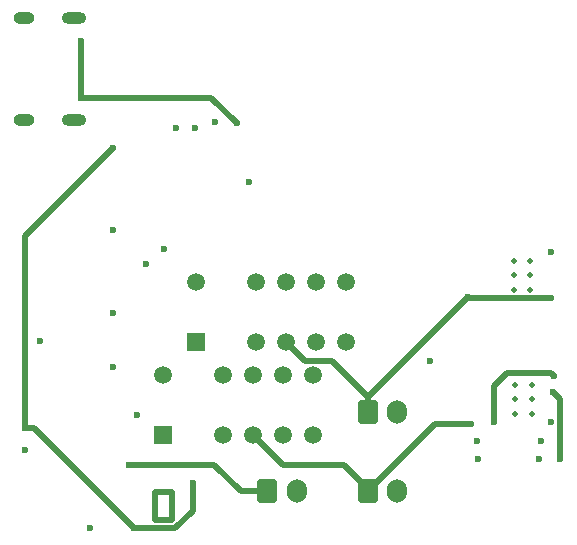
<source format=gbr>
%TF.GenerationSoftware,KiCad,Pcbnew,9.0.2*%
%TF.CreationDate,2025-10-13T00:09:24+02:00*%
%TF.ProjectId,STM32 RC AUTO,53544d33-3220-4524-9320-4155544f2e6b,rev?*%
%TF.SameCoordinates,Original*%
%TF.FileFunction,Copper,L2,Inr*%
%TF.FilePolarity,Positive*%
%FSLAX46Y46*%
G04 Gerber Fmt 4.6, Leading zero omitted, Abs format (unit mm)*
G04 Created by KiCad (PCBNEW 9.0.2) date 2025-10-13 00:09:24*
%MOMM*%
%LPD*%
G01*
G04 APERTURE LIST*
G04 Aperture macros list*
%AMRoundRect*
0 Rectangle with rounded corners*
0 $1 Rounding radius*
0 $2 $3 $4 $5 $6 $7 $8 $9 X,Y pos of 4 corners*
0 Add a 4 corners polygon primitive as box body*
4,1,4,$2,$3,$4,$5,$6,$7,$8,$9,$2,$3,0*
0 Add four circle primitives for the rounded corners*
1,1,$1+$1,$2,$3*
1,1,$1+$1,$4,$5*
1,1,$1+$1,$6,$7*
1,1,$1+$1,$8,$9*
0 Add four rect primitives between the rounded corners*
20,1,$1+$1,$2,$3,$4,$5,0*
20,1,$1+$1,$4,$5,$6,$7,0*
20,1,$1+$1,$6,$7,$8,$9,0*
20,1,$1+$1,$8,$9,$2,$3,0*%
G04 Aperture macros list end*
%TA.AperFunction,ComponentPad*%
%ADD10RoundRect,0.250000X-0.600000X-0.750000X0.600000X-0.750000X0.600000X0.750000X-0.600000X0.750000X0*%
%TD*%
%TA.AperFunction,ComponentPad*%
%ADD11O,1.700000X2.000000*%
%TD*%
%TA.AperFunction,HeatsinkPad*%
%ADD12C,0.500000*%
%TD*%
%TA.AperFunction,ComponentPad*%
%ADD13R,1.508000X1.508000*%
%TD*%
%TA.AperFunction,ComponentPad*%
%ADD14C,1.508000*%
%TD*%
%TA.AperFunction,HeatsinkPad*%
%ADD15O,2.100000X1.000000*%
%TD*%
%TA.AperFunction,HeatsinkPad*%
%ADD16O,1.800000X1.000000*%
%TD*%
%TA.AperFunction,ViaPad*%
%ADD17C,0.600000*%
%TD*%
%TA.AperFunction,Conductor*%
%ADD18C,0.500000*%
%TD*%
G04 APERTURE END LIST*
D10*
%TO.N,Net-(J4-Pin_1)*%
%TO.C,J4*%
X83000000Y-133975000D03*
D11*
%TO.N,GND*%
X85500000Y-133975000D03*
%TD*%
D10*
%TO.N,Net-(J3-Pin_1)*%
%TO.C,J3*%
X83000000Y-140725000D03*
D11*
%TO.N,Net-(J3-Pin_2)*%
X85500000Y-140725000D03*
%TD*%
D10*
%TO.N,Net-(J2-Pin_1)*%
%TO.C,J2*%
X74500000Y-140725000D03*
D11*
%TO.N,Net-(J2-Pin_2)*%
X77000000Y-140725000D03*
%TD*%
D12*
%TO.N,Net-(J3-Pin_2)*%
%TO.C,U6*%
X96900000Y-134150000D03*
X96900000Y-132950000D03*
X96900000Y-131750000D03*
X95500000Y-134150000D03*
X95500000Y-132950000D03*
X95500000Y-131750000D03*
%TD*%
%TO.N,Net-(J2-Pin_2)*%
%TO.C,U3*%
X65000000Y-140750000D03*
X65000000Y-141950000D03*
X65000000Y-143150000D03*
X66400000Y-140750000D03*
X66400000Y-141950000D03*
X66400000Y-143150000D03*
%TD*%
%TO.N,GND*%
%TO.C,U8*%
X96750000Y-123650000D03*
X96750000Y-122450000D03*
X96750000Y-121250000D03*
X95350000Y-123650000D03*
X95350000Y-122450000D03*
X95350000Y-121250000D03*
%TD*%
D13*
%TO.N,VCC*%
%TO.C,K2*%
X68450000Y-128090000D03*
D14*
%TO.N,Net-(D9-A)*%
X68450000Y-123010000D03*
%TO.N,unconnected-(K2-Pad10)*%
X73530000Y-123010000D03*
%TO.N,Net-(J3-Pin_2)*%
X73530000Y-128090000D03*
%TO.N,unconnected-(K2-Pad9)*%
X76070000Y-123010000D03*
%TO.N,unconnected-(K2-Pad8)*%
X78610000Y-123010000D03*
%TO.N,N/C*%
X81150000Y-123010000D03*
%TO.N,Net-(J4-Pin_1)*%
X76070000Y-128090000D03*
%TO.N,unconnected-(K2-Pad5)*%
X78610000Y-128090000D03*
%TO.N,N/C*%
X81150000Y-128090000D03*
%TD*%
D13*
%TO.N,VCC*%
%TO.C,K1*%
X65670000Y-136000000D03*
D14*
%TO.N,Net-(D8-A)*%
X65670000Y-130920000D03*
%TO.N,VDD*%
X70750000Y-130920000D03*
%TO.N,Net-(J2-Pin_2)*%
X70750000Y-136000000D03*
%TO.N,Net-(J2-Pin_1)*%
X73290000Y-130920000D03*
%TO.N,unconnected-(K1-Pad8)*%
X75830000Y-130920000D03*
%TO.N,N/C*%
X78370000Y-130920000D03*
%TO.N,Net-(J3-Pin_1)*%
X73290000Y-136000000D03*
%TO.N,unconnected-(K1-Pad5)*%
X75830000Y-136000000D03*
%TO.N,N/C*%
X78370000Y-136000000D03*
%TD*%
D15*
%TO.N,GND*%
%TO.C,J1*%
X58125000Y-100680000D03*
D16*
X53925000Y-100680000D03*
D15*
X58125000Y-109320000D03*
D16*
X53925000Y-109320000D03*
%TD*%
D17*
%TO.N,Net-(J3-Pin_2)*%
X88250000Y-129715000D03*
X98500000Y-120500000D03*
%TO.N,Net-(J2-Pin_1)*%
X62750000Y-138500000D03*
%TO.N,Net-(U1-OUT)*%
X68175000Y-140045000D03*
X63225000Y-143855000D03*
%TO.N,Net-(VR1-VIN)*%
X71900000Y-109545000D03*
%TO.N,Net-(J4-Pin_1)*%
X98525000Y-124355000D03*
X91500000Y-124250000D03*
%TO.N,Net-(J3-Pin_1)*%
X98500000Y-134855000D03*
X91750000Y-135000000D03*
%TO.N,Net-(J2-Pin_2)*%
X93725000Y-134855000D03*
X98750000Y-131000000D03*
%TO.N,Net-(D4-K)*%
X98675000Y-132315000D03*
X99250000Y-138000000D03*
%TO.N,Net-(D3-A)*%
X92250000Y-136500000D03*
X97625000Y-136500000D03*
%TO.N,Net-(D4-A)*%
X97500000Y-138000000D03*
X92337500Y-138000000D03*
%TO.N,GND*%
X65750000Y-120250000D03*
%TO.N,Net-(U1-OUT)*%
X54000000Y-135337500D03*
%TO.N,Net-(J2-Pin_2)*%
X64250000Y-121500000D03*
%TO.N,GND*%
X63500000Y-134250000D03*
%TO.N,Net-(D1-A)*%
X59500000Y-143875000D03*
X54000000Y-137250000D03*
%TO.N,Net-(U1-OUT)*%
X61450000Y-111647500D03*
%TO.N,VCC*%
X61450000Y-130207500D03*
%TO.N,Net-(J2-Pin_2)*%
X61450000Y-118647500D03*
%TO.N,Net-(J3-Pin_2)*%
X61450000Y-125647500D03*
%TO.N,GND*%
X55250000Y-128000000D03*
%TO.N,Net-(VR1-FEEDBACK)*%
X66800000Y-110000000D03*
%TO.N,GND*%
X68412500Y-110000000D03*
%TO.N,VCC*%
X72940915Y-114500000D03*
%TO.N,Net-(D7-A)*%
X70100000Y-109500000D03*
%TO.N,Net-(VR1-VIN)*%
X58725000Y-107400000D03*
X58725000Y-102600000D03*
%TD*%
D18*
%TO.N,Net-(J3-Pin_1)*%
X88725000Y-135000000D02*
X91750000Y-135000000D01*
X83000000Y-140725000D02*
X88725000Y-135000000D01*
%TO.N,Net-(J2-Pin_2)*%
X65000000Y-141950000D02*
X65000000Y-140750000D01*
X66400000Y-140750000D02*
X66400000Y-141950000D01*
X65000000Y-140750000D02*
X66400000Y-140750000D01*
X65000000Y-141950000D02*
X65000000Y-143150000D01*
X65000000Y-143150000D02*
X66400000Y-143150000D01*
X66400000Y-141950000D02*
X66400000Y-143150000D01*
%TO.N,Net-(J2-Pin_1)*%
X70000000Y-138500000D02*
X62750000Y-138500000D01*
X74500000Y-140725000D02*
X72225000Y-140725000D01*
X72225000Y-140725000D02*
X70000000Y-138500000D01*
%TO.N,Net-(U1-OUT)*%
X68175000Y-142366364D02*
X68175000Y-140045000D01*
X66686364Y-143855000D02*
X68175000Y-142366364D01*
X63225000Y-143855000D02*
X66686364Y-143855000D01*
X54707500Y-135337500D02*
X63225000Y-143855000D01*
X54000000Y-135337500D02*
X54707500Y-135337500D01*
%TO.N,Net-(VR1-VIN)*%
X69755000Y-107400000D02*
X71900000Y-109545000D01*
X58725000Y-107400000D02*
X69755000Y-107400000D01*
%TO.N,Net-(J4-Pin_1)*%
X83000000Y-132750000D02*
X91500000Y-124250000D01*
X83000000Y-133975000D02*
X83000000Y-132750000D01*
X91605000Y-124355000D02*
X98525000Y-124355000D01*
X91500000Y-124250000D02*
X91605000Y-124355000D01*
%TO.N,Net-(J2-Pin_2)*%
X98500000Y-130750000D02*
X94750000Y-130750000D01*
X98750000Y-131000000D02*
X98500000Y-130750000D01*
X94750000Y-130750000D02*
X93725000Y-131775000D01*
X93725000Y-131775000D02*
X93725000Y-134855000D01*
%TO.N,Net-(D4-K)*%
X99250000Y-132890000D02*
X98675000Y-132315000D01*
X99250000Y-138000000D02*
X99250000Y-132890000D01*
%TO.N,Net-(J4-Pin_1)*%
X77695000Y-129715000D02*
X76070000Y-128090000D01*
X83000000Y-132750000D02*
X79965000Y-129715000D01*
X79965000Y-129715000D02*
X77695000Y-129715000D01*
%TO.N,Net-(J3-Pin_1)*%
X75790000Y-138500000D02*
X73290000Y-136000000D01*
X83000000Y-140500000D02*
X81000000Y-138500000D01*
X81000000Y-138500000D02*
X75790000Y-138500000D01*
X83000000Y-140725000D02*
X83000000Y-140500000D01*
%TO.N,Net-(U1-OUT)*%
X54000000Y-119097500D02*
X61450000Y-111647500D01*
X54000000Y-135337500D02*
X54000000Y-119097500D01*
%TO.N,Net-(VR1-VIN)*%
X58725000Y-102600000D02*
X58725000Y-107400000D01*
%TD*%
M02*

</source>
